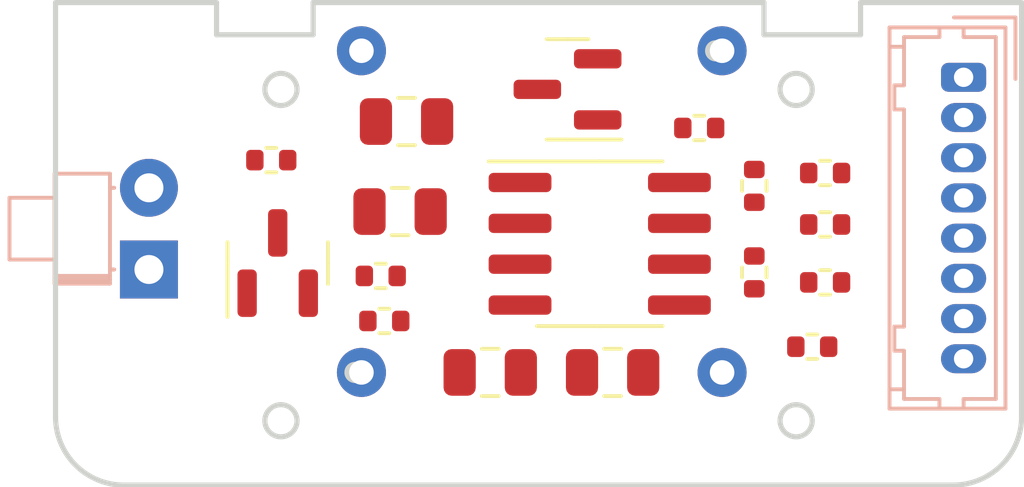
<source format=kicad_pcb>
(kicad_pcb (version 20211014) (generator pcbnew)
  (layers (0 "F.Cu" signal) (31 "B.Cu" signal) (34 "B.Paste" user) (35 "F.Paste" user) (36 "B.SilkS" user "B.Silkscreen") (37 "F.SilkS" user "F.Silkscreen") (38 "B.Mask" user) (39 "F.Mask" user) (44 "Edge.Cuts" user))
  (net 0 "")
  (net 1 "Net-(R10-Pad2)")
  (net 2 "GND")
  (net 3 "VCC")
  (net 4 "Net-(C4-Pad1)")
  (net 5 "Net-(Q1-Pad2)")
  (net 6 "Net-(J1-Pad2)")
  (net 7 "Net-(Q2-Pad2)")
  (net 8 "Net-(Q2-Pad3)")
  (net 9 "Net-(J1-Pad3)")
  (net 10 "Net-(R4-Pad2)")
  (net 12 "/out_B")
  (net 13 "/fb1")
  (net 15 "/fb2")
  (net 16 "Net-(R3-Pad1)")
  (net 17 "/led1")
  (footprint "L_soln:sole_coil" (layer "F.Cu") (at 145.2 135)
    (fp_text reference "L1" hide)
    (fp_text value "0.4mH" hide)
    (pad "1" thru_hole circle (at 0 0) (size 1.524 1.524) (drill 0.762) (layers *.Cu *.Mask) (net 15 "/fb2"))
    (pad "2" thru_hole circle (at 0 -10) (size 1.524 1.524) (drill 0.762) (layers *.Cu *.Mask) (net 2 "GND"))
  )
  (footprint "Capacitor_SMD:C_0805_2012Metric" (layer "F.Cu") (at 153 135 180)
    (fp_text reference "C4" hide)
    (fp_text value "2.5uF" hide)
    (fp_line (start -0.261252 0.735) (end 0.261252 0.735) (layer "F.SilkS") (width 0.12))
    (fp_line (start -0.261252 -0.735) (end 0.261252 -0.735) (layer "F.SilkS") (width 0.12))
    (pad "1" smd roundrect (at -0.95 0 180) (size 1 1.45) (layers "F.Cu" "F.Paste" "F.Mask") (net 4 "Net-(C4-Pad1)"))
    (pad "2" smd roundrect (at 0.95 0 180) (size 1 1.45) (layers "F.Cu" "F.Paste" "F.Mask") (net 2 "GND"))
  )
  (footprint "Resistor_SMD:R_0402_1005Metric" (layer "F.Cu") (at 157.4 131.89 90)
    (fp_text reference "R6" hide)
    (fp_text value "1k" hide)
    (fp_line (start -0.153641 0.38) (end 0.153641 0.38) (layer "F.SilkS") (width 0.12))
    (fp_line (start -0.153641 -0.38) (end 0.153641 -0.38) (layer "F.SilkS") (width 0.12))
    (pad "1" smd roundrect (at -0.51 0 90) (size 0.54 0.64) (layers "F.Cu" "F.Paste" "F.Mask") (net 1 "Net-(R10-Pad2)"))
    (pad "2" smd roundrect (at 0.51 0 90) (size 0.54 0.64) (layers "F.Cu" "F.Paste" "F.Mask") (net 2 "GND"))
  )
  (footprint "Package_TO_SOT_SMD:SOT-23" (layer "F.Cu") (at 151.6 126.2 180)
    (fp_text reference "Q2" hide)
    (fp_text value "BF545A" hide)
    (fp_line (start 0 -1.56) (end 0.65 -1.56) (layer "F.SilkS") (width 0.12))
    (fp_line (start 0 1.56) (end 0.65 1.56) (layer "F.SilkS") (width 0.12))
    (fp_line (start 0 -1.56) (end -1.675 -1.56) (layer "F.SilkS") (width 0.12))
    (fp_line (start 0 1.56) (end -0.65 1.56) (layer "F.SilkS") (width 0.12))
    (pad "1" smd roundrect (at -0.9375 -0.95 180) (size 1.475 0.6) (layers "F.Cu" "F.Paste" "F.Mask") (net 3 "VCC"))
    (pad "2" smd roundrect (at -0.9375 0.95 180) (size 1.475 0.6) (layers "F.Cu" "F.Paste" "F.Mask") (net 7 "Net-(Q2-Pad2)"))
    (pad "3" smd roundrect (at 0.9375 0 180) (size 1.475 0.6) (layers "F.Cu" "F.Paste" "F.Mask") (net 8 "Net-(Q2-Pad3)"))
  )
  (footprint "Capacitor_SMD:C_0805_2012Metric" (layer "F.Cu") (at 149.2 135)
    (fp_text reference "C1" hide)
    (fp_text value "2.5uF" hide)
    (fp_line (start -0.261252 -0.735) (end 0.261252 -0.735) (layer "F.SilkS") (width 0.12))
    (fp_line (start -0.261252 0.735) (end 0.261252 0.735) (layer "F.SilkS") (width 0.12))
    (pad "1" smd roundrect (at -0.95 0) (size 1 1.45) (layers "F.Cu" "F.Paste" "F.Mask") (net 15 "/fb2"))
    (pad "2" smd roundrect (at 0.95 0) (size 1 1.45) (layers "F.Cu" "F.Paste" "F.Mask") (net 2 "GND"))
  )
  (footprint "Resistor_SMD:R_0402_1005Metric" (layer "F.Cu") (at 159.6 132.2 180)
    (fp_text reference "R5" hide)
    (fp_text value "10" hide)
    (fp_line (start -0.153641 0.38) (end 0.153641 0.38) (layer "F.SilkS") (width 0.12))
    (fp_line (start -0.153641 -0.38) (end 0.153641 -0.38) (layer "F.SilkS") (width 0.12))
    (pad "1" smd roundrect (at -0.51 0 180) (size 0.54 0.64) (layers "F.Cu" "F.Paste" "F.Mask") (net 4 "Net-(C4-Pad1)"))
    (pad "2" smd roundrect (at 0.51 0 180) (size 0.54 0.64) (layers "F.Cu" "F.Paste" "F.Mask") (net 1 "Net-(R10-Pad2)"))
  )
  (footprint "Package_SO:SOIC-8_3.9x4.9mm_P1.27mm" (layer "F.Cu") (at 152.6 131)
    (fp_text reference "U1" hide)
    (fp_text value "MC34152" hide)
    (fp_line (start 0 2.56) (end 1.95 2.56) (layer "F.SilkS") (width 0.12))
    (fp_line (start 0 2.56) (end -1.95 2.56) (layer "F.SilkS") (width 0.12))
    (fp_line (start 0 -2.56) (end -3.45 -2.56) (layer "F.SilkS") (width 0.12))
    (fp_line (start 0 -2.56) (end 1.95 -2.56) (layer "F.SilkS") (width 0.12))
    (pad "1" smd roundrect (at -2.475 -1.905) (size 1.95 0.6) (layers "F.Cu" "F.Paste" "F.Mask"))
    (pad "2" smd roundrect (at -2.475 -0.635) (size 1.95 0.6) (layers "F.Cu" "F.Paste" "F.Mask") (net 6 "Net-(J1-Pad2)"))
    (pad "3" smd roundrect (at -2.475 0.635) (size 1.95 0.6) (layers "F.Cu" "F.Paste" "F.Mask") (net 2 "GND"))
    (pad "4" smd roundrect (at -2.475 1.905) (size 1.95 0.6) (layers "F.Cu" "F.Paste" "F.Mask") (net 9 "Net-(J1-Pad3)"))
    (pad "5" smd roundrect (at 2.475 1.905) (size 1.95 0.6) (layers "F.Cu" "F.Paste" "F.Mask") (net 16 "Net-(R3-Pad1)"))
    (pad "6" smd roundrect (at 2.475 0.635) (size 1.95 0.6) (layers "F.Cu" "F.Paste" "F.Mask") (net 3 "VCC"))
    (pad "7" smd roundrect (at 2.475 -0.635) (size 1.95 0.6) (layers "F.Cu" "F.Paste" "F.Mask") (net 10 "Net-(R4-Pad2)"))
    (pad "8" smd roundrect (at 2.475 -1.905) (size 1.95 0.6) (layers "F.Cu" "F.Paste" "F.Mask"))
  )
  (footprint "Resistor_SMD:R_0402_1005Metric" (layer "F.Cu") (at 159.6 130.4)
    (fp_text reference "R8" hide)
    (fp_text value "50" hide)
    (fp_line (start -0.153641 0.38) (end 0.153641 0.38) (layer "F.SilkS") (width 0.12))
    (fp_line (start -0.153641 -0.38) (end 0.153641 -0.38) (layer "F.SilkS") (width 0.12))
    (pad "1" smd roundrect (at -0.51 0) (size 0.54 0.64) (layers "F.Cu" "F.Paste" "F.Mask") (net 9 "Net-(J1-Pad3)"))
    (pad "2" smd roundrect (at 0.51 0) (size 0.54 0.64) (layers "F.Cu" "F.Paste" "F.Mask") (net 2 "GND"))
  )
  (footprint "Capacitor_SMD:C_0805_2012Metric" (layer "F.Cu") (at 146.4 130)
    (fp_text reference "C2" hide)
    (fp_text value "4.7uF" hide)
    (fp_line (start -0.261252 0.735) (end 0.261252 0.735) (layer "F.SilkS") (width 0.12))
    (fp_line (start -0.261252 -0.735) (end 0.261252 -0.735) (layer "F.SilkS") (width 0.12))
    (pad "1" smd roundrect (at -0.95 0) (size 1 1.45) (layers "F.Cu" "F.Paste" "F.Mask") (net 2 "GND"))
    (pad "2" smd roundrect (at 0.95 0) (size 1 1.45) (layers "F.Cu" "F.Paste" "F.Mask") (net 3 "VCC"))
  )
  (footprint "Resistor_SMD:R_0402_1005Metric" (layer "F.Cu") (at 159.2 134.2)
    (fp_text reference "R1" hide)
    (fp_text value "1k" hide)
    (fp_line (start -0.153641 0.38) (end 0.153641 0.38) (layer "F.SilkS") (width 0.12))
    (fp_line (start -0.153641 -0.38) (end 0.153641 -0.38) (layer "F.SilkS") (width 0.12))
    (pad "1" smd roundrect (at -0.51 0) (size 0.54 0.64) (layers "F.Cu" "F.Paste" "F.Mask") (net 13 "/fb1"))
    (pad "2" smd roundrect (at 0.51 0) (size 0.54 0.64) (layers "F.Cu" "F.Paste" "F.Mask") (net 2 "GND"))
  )
  (footprint "Resistor_SMD:R_0402_1005Metric" (layer "F.Cu") (at 145.8 132)
    (fp_text reference "R9" hide)
    (fp_text value "50" hide)
    (fp_line (start -0.153641 0.38) (end 0.153641 0.38) (layer "F.SilkS") (width 0.12))
    (fp_line (start -0.153641 -0.38) (end 0.153641 -0.38) (layer "F.SilkS") (width 0.12))
    (pad "1" smd roundrect (at -0.51 0) (size 0.54 0.64) (layers "F.Cu" "F.Paste" "F.Mask") (net 5 "Net-(Q1-Pad2)"))
    (pad "2" smd roundrect (at 0.51 0) (size 0.54 0.64) (layers "F.Cu" "F.Paste" "F.Mask") (net 13 "/fb1"))
  )
  (footprint "Resistor_SMD:R_0402_1005Metric" (layer "F.Cu") (at 157.4 129.2 90)
    (fp_text reference "R10" hide)
    (fp_text value "50" hide)
    (fp_line (start -0.153641 -0.38) (end 0.153641 -0.38) (layer "F.SilkS") (width 0.12))
    (fp_line (start -0.153641 0.38) (end 0.153641 0.38) (layer "F.SilkS") (width 0.12))
    (pad "1" smd roundrect (at -0.51 0 90) (size 0.54 0.64) (layers "F.Cu" "F.Paste" "F.Mask") (net 7 "Net-(Q2-Pad2)"))
    (pad "2" smd roundrect (at 0.51 0 90) (size 0.54 0.64) (layers "F.Cu" "F.Paste" "F.Mask") (net 1 "Net-(R10-Pad2)"))
  )
  (footprint "Resistor_SMD:R_0402_1005Metric" (layer "F.Cu") (at 155.69 127.4 180)
    (fp_text reference "R4" hide)
    (fp_text value "100" hide)
    (fp_line (start -0.153641 -0.38) (end 0.153641 -0.38) (layer "F.SilkS") (width 0.12))
    (fp_line (start -0.153641 0.38) (end 0.153641 0.38) (layer "F.SilkS") (width 0.12))
    (pad "1" smd roundrect (at -0.51 0 180) (size 0.54 0.64) (layers "F.Cu" "F.Paste" "F.Mask") (net 8 "Net-(Q2-Pad3)"))
    (pad "2" smd roundrect (at 0.51 0 180) (size 0.54 0.64) (layers "F.Cu" "F.Paste" "F.Mask") (net 10 "Net-(R4-Pad2)"))
  )
  (footprint "Resistor_SMD:R_0402_1005Metric" (layer "F.Cu") (at 145.91 133.4)
    (fp_text reference "R2" hide)
    (fp_text value "10" hide)
    (fp_line (start -0.153641 0.38) (end 0.153641 0.38) (layer "F.SilkS") (width 0.12))
    (fp_line (start -0.153641 -0.38) (end 0.153641 -0.38) (layer "F.SilkS") (width 0.12))
    (pad "1" smd roundrect (at -0.51 0) (size 0.54 0.64) (layers "F.Cu" "F.Paste" "F.Mask") (net 13 "/fb1"))
    (pad "2" smd roundrect (at 0.51 0) (size 0.54 0.64) (layers "F.Cu" "F.Paste" "F.Mask") (net 15 "/fb2"))
  )
  (footprint "Resistor_SMD:R_0402_1005Metric" (layer "F.Cu") (at 159.6 128.8)
    (fp_text reference "R7" hide)
    (fp_text value "50" hide)
    (fp_line (start -0.153641 0.38) (end 0.153641 0.38) (layer "F.SilkS") (width 0.12))
    (fp_line (start -0.153641 -0.38) (end 0.153641 -0.38) (layer "F.SilkS") (width 0.12))
    (pad "1" smd roundrect (at -0.51 0) (size 0.54 0.64) (layers "F.Cu" "F.Paste" "F.Mask") (net 6 "Net-(J1-Pad2)"))
    (pad "2" smd roundrect (at 0.51 0) (size 0.54 0.64) (layers "F.Cu" "F.Paste" "F.Mask") (net 2 "GND"))
  )
  (footprint "Resistor_SMD:R_0402_1005Metric" (layer "F.Cu") (at 142.4 128.4)
    (fp_text reference "R3" hide)
    (fp_text value "100" hide)
    (fp_line (start -0.153641 -0.38) (end 0.153641 -0.38) (layer "F.SilkS") (width 0.12))
    (fp_line (start -0.153641 0.38) (end 0.153641 0.38) (layer "F.SilkS") (width 0.12))
    (pad "1" smd roundrect (at -0.51 0) (size 0.54 0.64) (layers "F.Cu" "F.Paste" "F.Mask") (net 16 "Net-(R3-Pad1)"))
    (pad "2" smd roundrect (at 0.51 0) (size 0.54 0.64) (layers "F.Cu" "F.Paste" "F.Mask") (net 12 "/out_B"))
  )
  (footprint "Package_TO_SOT_SMD:SOT-23" (layer "F.Cu") (at 142.6 131.6 90)
    (fp_text reference "Q1" hide)
    (fp_text value "BF545A" hide)
    (fp_line (start 0 -1.56) (end 0.65 -1.56) (layer "F.SilkS") (width 0.12))
    (fp_line (start 0 1.56) (end -0.65 1.56) (layer "F.SilkS") (width 0.12))
    (fp_line (start 0 1.56) (end 0.65 1.56) (layer "F.SilkS") (width 0.12))
    (fp_line (start 0 -1.56) (end -1.675 -1.56) (layer "F.SilkS") (width 0.12))
    (pad "1" smd roundrect (at -0.9375 -0.95 90) (size 1.475 0.6) (layers "F.Cu" "F.Paste" "F.Mask") (net 3 "VCC"))
    (pad "2" smd roundrect (at -0.9375 0.95 90) (size 1.475 0.6) (layers "F.Cu" "F.Paste" "F.Mask") (net 5 "Net-(Q1-Pad2)"))
    (pad "3" smd roundrect (at 0.9375 0 90) (size 1.475 0.6) (layers "F.Cu" "F.Paste" "F.Mask") (net 12 "/out_B"))
  )
  (footprint "Capacitor_SMD:C_0805_2012Metric" (layer "F.Cu") (at 146.6 127.2 180)
    (fp_text reference "C3" hide)
    (fp_text value "0.1uF" hide)
    (fp_line (start -0.261252 -0.735) (end 0.261252 -0.735) (layer "F.SilkS") (width 0.12))
    (fp_line (start -0.261252 0.735) (end 0.261252 0.735) (layer "F.SilkS") (width 0.12))
    (pad "1" smd roundrect (at -0.95 0 180) (size 1 1.45) (layers "F.Cu" "F.Paste" "F.Mask") (net 3 "VCC"))
    (pad "2" smd roundrect (at 0.95 0 180) (size 1 1.45) (layers "F.Cu" "F.Paste" "F.Mask") (net 2 "GND"))
  )
  (footprint "L_soln:sole_coil" (layer "F.Cu") (at 156.4 135)
    (fp_text reference "L2" hide)
    (fp_text value "0.4mH" hide)
    (pad "1" thru_hole circle (at 0 0) (size 1.524 1.524) (drill 0.762) (layers *.Cu *.Mask) (net 4 "Net-(C4-Pad1)"))
    (pad "2" thru_hole circle (at 0 -10) (size 1.524 1.524) (drill 0.762) (layers *.Cu *.Mask) (net 2 "GND"))
  )
  (footprint "LED_THT:LED_D1.8mm_W1.8mm_H2.4mm_Horizontal_O1.27mm_Z1.6mm" (layer "B.Cu") (at 138.6 131.8 90)
    (fp_text reference "D1" hide)
    (fp_text value "LED" hide)
    (fp_line (start -0.32 -1.21) (end -0.32 -2.93) (layer "B.SilkS") (width 0.12))
    (fp_line (start 2.54 -1.08) (end 2.54 -1.08) (layer "B.SilkS") (width 0.12))
    (fp_line (start 2.54 -1.21) (end 2.54 -1.21) (layer "B.SilkS") (width 0.12))
    (fp_line (start 2.23 -4.33) (end 2.23 -2.93) (layer "B.SilkS") (width 0.12))
    (fp_line (start -0.44 -2.93) (end 2.98 -2.93) (layer "B.SilkS") (width 0.12))
    (fp_line (start -0.44 -1.21) (end -0.44 -2.93) (layer "B.SilkS") (width 0.12))
    (fp_line (start 0 -1.21) (end 0 -1.08) (layer "B.SilkS") (width 0.12))
    (fp_line (start 0.31 -2.93) (end 0.31 -4.33) (layer "B.SilkS") (width 0.12))
    (fp_line (start 0 -1.21) (end 0 -1.21) (layer "B.SilkS") (width 0.12))
    (fp_line (start 2.23 -2.93) (end 0.31 -2.93) (layer "B.SilkS") (width 0.12))
    (fp_line (start 0 -1.08) (end 0 -1.08) (layer "B.SilkS") (width 0.12))
    (fp_line (start 2.98 -1.21) (end -0.44 -1.21) (layer "B.SilkS") (width 0.12))
    (fp_line (start 2.98 -2.93) (end 2.98 -1.21) (layer "B.SilkS") (width 0.12))
    (fp_line (start -0.2 -1.21) (end -0.2 -2.93) (layer "B.SilkS") (width 0.12))
    (fp_line (start 2.54 -1.08) (end 2.54 -1.21) (layer "B.SilkS") (width 0.12))
    (fp_line (start 0.31 -4.33) (end 2.23 -4.33) (layer "B.SilkS") (width 0.12))
    (fp_line (start 2.54 -1.21) (end 2.54 -1.08) (layer "B.SilkS") (width 0.12))
    (fp_line (start 0 -1.08) (end 0 -1.21) (layer "B.SilkS") (width 0.12))
    (pad "1" thru_hole rect (at 0 0 90) (size 1.8 1.8) (drill 0.9) (layers *.Cu *.Mask) (net 2 "GND"))
    (pad "2" thru_hole circle (at 2.54 0 90) (size 1.8 1.8) (drill 0.9) (layers *.Cu *.Mask) (net 17 "/led1"))
  )
  (footprint "Connector_Hirose:Hirose_DF13-08P-1.25DSA_1x08_P1.25mm_Vertical" (layer "B.Cu") (at 163.9 125.825 -90)
    (fp_text reference "J1" hide)
    (fp_text value "Conn_01x08_Male" hide)
    (fp_line (start -1.25 0.75) (end -1.25 1.85) (layer "B.SilkS") (width 0.12))
    (fp_line (start -1.25 -1) (end 10 -1) (layer "B.SilkS") (width 0.12))
    (fp_line (start -1.25 0) (end -1.25 -1) (layer "B.SilkS") (width 0.12))
    (fp_line (start -1.25 1.85) (end -0.95 1.85) (layer "B.SilkS") (width 0.12))
    (fp_line (start 7.75 2.15) (end 8.5 2.15) (layer "B.SilkS") (width 0.12))
    (fp_line (start 10 0.75) (end 10 1.85) (layer "B.SilkS") (width 0.12))
    (fp_line (start -1.86 -1.61) (end 0.05 -1.61) (layer "B.SilkS") (width 0.12))
    (fp_line (start 10 -1) (end 10 0) (layer "B.SilkS") (width 0.12))
    (fp_line (start 7.75 1.85) (end 7.75 2.15) (layer "B.SilkS") (width 0.12))
    (fp_line (start 0.25 1.85) (end 0.25 2.15) (layer "B.SilkS") (width 0.12))
    (fp_line (start 10.3 0.75) (end 10 0.75) (layer "B.SilkS") (width 0.12))
    (fp_line (start 0.25 2.15) (end 1 2.15) (layer "B.SilkS") (width 0.12))
    (fp_line (start -1.55 -1.3) (end 10.3 -1.3) (layer "B.SilkS") (width 0.12))
    (fp_line (start -1.55 0) (end -1.25 0) (layer "B.SilkS") (width 0.12))
    (fp_line (start -1.86 0.3) (end -1.86 -1.61) (layer "B.SilkS") (width 0.12))
    (fp_line (start -1.55 0.75) (end -1.25 0.75) (layer "B.SilkS") (width 0.12))
    (fp_line (start 10 0) (end 10.3 0) (layer "B.SilkS") (width 0.12))
    (fp_line (start 10 1.85) (end 9.7 1.85) (layer "B.SilkS") (width 0.12))
    (fp_line (start 8.5 1.85) (end 9.7 1.85) (layer "B.SilkS") (width 0.12))
    (fp_line (start 8.5 2.15) (end 8.5 1.85) (layer "B.SilkS") (width 0.12))
    (fp_line (start 10.3 2.3) (end -1.55 2.3) (layer "B.SilkS") (width 0.12))
    (fp_line (start -0.95 1.85) (end 0.25 1.85) (layer "B.SilkS") (width 0.12))
    (fp_line (start 10.3 -1.3) (end 10.3 2.3) (layer "B.SilkS") (width 0.12))
    (fp_line (start 1 1.85) (end 7.75 1.85) (layer "B.SilkS") (width 0.12))
    (fp_line (start 1 2.15) (end 1 1.85) (layer "B.SilkS") (width 0.12))
    (fp_line (start -0.95 1.85) (end -0.95 2.3) (layer "B.SilkS") (width 0.12))
    (fp_line (start 9.7 1.85) (end 9.7 2.3) (layer "B.SilkS") (width 0.12))
    (fp_line (start -1.55 2.3) (end -1.55 -1.3) (layer "B.SilkS") (width 0.12))
    (pad "1" thru_hole roundrect (at 0 0 270) (size 0.9 1.4) (drill 0.6) (layers *.Cu *.Mask) (net 3 "VCC"))
    (pad "2" thru_hole oval (at 1.25 0 270) (size 0.9 1.4) (drill 0.6) (layers *.Cu *.Mask) (net 6 "Net-(J1-Pad2)"))
    (pad "3" thru_hole oval (at 2.5 0 270) (size 0.9 1.4) (drill 0.6) (layers *.Cu *.Mask) (net 9 "Net-(J1-Pad3)"))
    (pad "4" thru_hole oval (at 3.75 0 270) (size 0.9 1.4) (drill 0.6) (layers *.Cu *.Mask) (net 13 "/fb1"))
    (pad "5" thru_hole oval (at 5 0 270) (size 0.9 1.4) (drill 0.6) (layers *.Cu *.Mask) (net 15 "/fb2"))
    (pad "6" thru_hole oval (at 6.25 0 270) (size 0.9 1.4) (drill 0.6) (layers *.Cu *.Mask) (net 17 "/led1"))
    (pad "7" thru_hole oval (at 7.5 0 270) (size 0.9 1.4) (drill 0.6) (layers *.Cu *.Mask))
    (pad "8" thru_hole oval (at 8.75 0 270) (size 0.9 1.4) (drill 0.6) (layers *.Cu *.Mask) (net 2 "GND"))
  )
  (gr_circle (center 158.699999 136.502003) (end 158.199999 136.502003) (layer "Edge.Cuts") (width 0.16) (fill none))
  (gr_line (start 135.699999 136.380683) (end 135.699999 123.502003) (layer "Edge.Cuts") (width 0.16))
  (gr_circle (center 158.699999 126.202003) (end 158.199999 126.202003) (layer "Edge.Cuts") (width 0.16) (fill none))
  (gr_line (start 163.578679 138.502003) (end 137.821319 138.502003) (layer "Edge.Cuts") (width 0.16))
  (gr_arc (start 165.699999 136.380683) (mid 165.07868 137.880686) (end 163.578679 138.502003) (layer "Edge.Cuts") (width 0.16))
  (gr_line (start 157.699999 124.502003) (end 160.699999 124.502003) (layer "Edge.Cuts") (width 0.16))
  (gr_line (start 140.699999 123.502003) (end 140.699999 124.502003) (layer "Edge.Cuts") (width 0.16))
  (gr_circle (center 156.399997 135) (end 156.149997 135) (layer "Edge.Cuts") (width 0.16) (fill none))
  (gr_circle (center 145.2 125.002) (end 144.95 125.002) (layer "Edge.Cuts") (width 0.16) (fill none))
  (gr_line (start 140.699999 124.502003) (end 143.699999 124.502003) (layer "Edge.Cuts") (width 0.16))
  (gr_line (start 160.699999 124.502003) (end 160.699999 123.502003) (layer "Edge.Cuts") (width 0.16))
  (gr_line (start 157.699999 123.502003) (end 157.699999 124.502003) (layer "Edge.Cuts") (width 0.16))
  (gr_line (start 143.699999 124.502003) (end 143.699999 123.502003) (layer "Edge.Cuts") (width 0.16))
  (gr_line (start 165.699999 123.502003) (end 165.699999 136.380683) (layer "Edge.Cuts") (width 0.16))
  (gr_circle (center 156.199997 125.002) (end 155.949997 125.002) (layer "Edge.Cuts") (width 0.16) (fill none))
  (gr_line (start 160.699999 123.502003) (end 165.699999 123.502003) (layer "Edge.Cuts") (width 0.16))
  (gr_arc (start 137.821319 138.502003) (mid 136.321319 137.880683) (end 135.699999 136.380683) (layer "Edge.Cuts") (width 0.16))
  (gr_circle (center 142.699999 126.202003) (end 142.199999 126.202003) (layer "Edge.Cuts") (width 0.16) (fill none))
  (gr_circle (center 145 135) (end 144.75 135) (layer "Edge.Cuts") (width 0.16) (fill none))
  (gr_circle (center 142.699999 136.502003) (end 142.199999 136.502003) (layer "Edge.Cuts") (width 0.16) (fill none))
  (gr_line (start 143.699999 123.502003) (end 157.699999 123.502003) (layer "Edge.Cuts") (width 0.16))
  (gr_line (start 135.699999 123.502003) (end 140.699999 123.502003) (layer "Edge.Cuts") (width 0.16))
)
</source>
